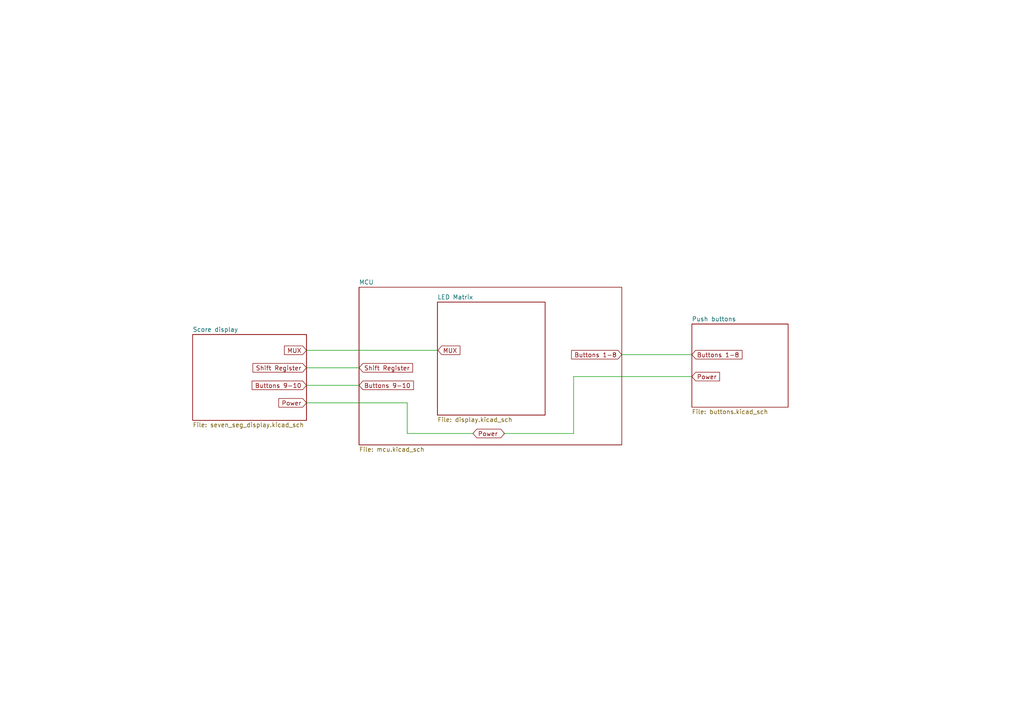
<source format=kicad_sch>
(kicad_sch
	(version 20231120)
	(generator "eeschema")
	(generator_version "8.0")
	(uuid "c576df4b-92c0-44b0-b003-b697a5a04765")
	(paper "A4")
	(lib_symbols)
	(wire
		(pts
			(xy 118.11 125.73) (xy 137.16 125.73)
		)
		(stroke
			(width 0)
			(type default)
		)
		(uuid "1f90448d-216c-4b73-8bc9-bf478ef381cc")
	)
	(wire
		(pts
			(xy 200.66 109.22) (xy 166.37 109.22)
		)
		(stroke
			(width 0)
			(type default)
		)
		(uuid "232d2080-6a4d-46a9-8512-b98d0cc70da3")
	)
	(wire
		(pts
			(xy 88.9 116.84) (xy 118.11 116.84)
		)
		(stroke
			(width 0)
			(type default)
		)
		(uuid "3eb5f5f0-7477-4fba-87b0-849874e7d769")
	)
	(wire
		(pts
			(xy 88.9 111.76) (xy 104.14 111.76)
		)
		(stroke
			(width 0)
			(type default)
		)
		(uuid "504026a4-6adc-467f-bc2d-4cad483eceb1")
	)
	(wire
		(pts
			(xy 88.9 101.6) (xy 127 101.6)
		)
		(stroke
			(width 0)
			(type default)
		)
		(uuid "59b1854d-bc17-4588-b11a-1e0783658e64")
	)
	(wire
		(pts
			(xy 146.05 125.73) (xy 166.37 125.73)
		)
		(stroke
			(width 0)
			(type default)
		)
		(uuid "7074c86d-cee9-445f-84a9-87daaaae5e8a")
	)
	(wire
		(pts
			(xy 118.11 116.84) (xy 118.11 125.73)
		)
		(stroke
			(width 0)
			(type default)
		)
		(uuid "84bb38d2-5ad6-4d29-8a5b-453ac265242e")
	)
	(wire
		(pts
			(xy 180.34 102.87) (xy 200.66 102.87)
		)
		(stroke
			(width 0)
			(type default)
		)
		(uuid "8b52ebf5-a40e-40c5-89ba-8afa3cfcf742")
	)
	(wire
		(pts
			(xy 166.37 109.22) (xy 166.37 125.73)
		)
		(stroke
			(width 0)
			(type default)
		)
		(uuid "9c82fb4a-3f65-43d0-b849-95dd70327e51")
	)
	(wire
		(pts
			(xy 88.9 106.68) (xy 104.14 106.68)
		)
		(stroke
			(width 0)
			(type default)
		)
		(uuid "b1ad2da6-033a-423a-bbac-705368b2dc9b")
	)
	(global_label "Buttons 9-10"
		(shape input)
		(at 88.9 111.76 180)
		(fields_autoplaced yes)
		(effects
			(font
				(size 1.27 1.27)
			)
			(justify right)
		)
		(uuid "32950330-121a-491b-b6a1-f496defe5a13")
		(property "Intersheetrefs" "${INTERSHEET_REFS}"
			(at 72.5498 111.76 0)
			(effects
				(font
					(size 1.27 1.27)
				)
				(justify right)
				(hide yes)
			)
		)
	)
	(global_label "Power"
		(shape input)
		(at 200.66 109.22 0)
		(fields_autoplaced yes)
		(effects
			(font
				(size 1.27 1.27)
			)
			(justify left)
		)
		(uuid "3678be9e-13b1-49a7-8a9d-16a8e6e80982")
		(property "Intersheetrefs" "${INTERSHEET_REFS}"
			(at 209.2695 109.22 0)
			(effects
				(font
					(size 1.27 1.27)
				)
				(justify left)
				(hide yes)
			)
		)
	)
	(global_label "Buttons 1-8"
		(shape input)
		(at 200.66 102.87 0)
		(fields_autoplaced yes)
		(effects
			(font
				(size 1.27 1.27)
			)
			(justify left)
		)
		(uuid "438058e0-1ad6-494c-bcd6-537d67e4bf58")
		(property "Intersheetrefs" "${INTERSHEET_REFS}"
			(at 215.8007 102.87 0)
			(effects
				(font
					(size 1.27 1.27)
				)
				(justify left)
				(hide yes)
			)
		)
	)
	(global_label "MUX"
		(shape input)
		(at 88.9 101.6 180)
		(fields_autoplaced yes)
		(effects
			(font
				(size 1.27 1.27)
			)
			(justify right)
		)
		(uuid "4b5fb63e-5bcf-48b4-bf78-b69498e875bd")
		(property "Intersheetrefs" "${INTERSHEET_REFS}"
			(at 81.9234 101.6 0)
			(effects
				(font
					(size 1.27 1.27)
				)
				(justify right)
				(hide yes)
			)
		)
	)
	(global_label "Power"
		(shape input)
		(at 88.9 116.84 180)
		(fields_autoplaced yes)
		(effects
			(font
				(size 1.27 1.27)
			)
			(justify right)
		)
		(uuid "54151f24-3efc-447d-8e9d-15153014c691")
		(property "Intersheetrefs" "${INTERSHEET_REFS}"
			(at 80.2905 116.84 0)
			(effects
				(font
					(size 1.27 1.27)
				)
				(justify right)
				(hide yes)
			)
		)
	)
	(global_label "Power"
		(shape bidirectional)
		(at 137.16 125.73 0)
		(fields_autoplaced yes)
		(effects
			(font
				(size 1.27 1.27)
			)
			(justify left)
		)
		(uuid "879ad285-c954-4542-901a-c3e3d532192a")
		(property "Intersheetrefs" "${INTERSHEET_REFS}"
			(at 146.8808 125.73 0)
			(effects
				(font
					(size 1.27 1.27)
				)
				(justify left)
				(hide yes)
			)
		)
	)
	(global_label "Buttons 1-8"
		(shape input)
		(at 180.34 102.87 180)
		(fields_autoplaced yes)
		(effects
			(font
				(size 1.27 1.27)
			)
			(justify right)
		)
		(uuid "95f29b43-aa6a-4b62-91ed-c8d0f29f5177")
		(property "Intersheetrefs" "${INTERSHEET_REFS}"
			(at 165.1993 102.87 0)
			(effects
				(font
					(size 1.27 1.27)
				)
				(justify right)
				(hide yes)
			)
		)
	)
	(global_label "MUX"
		(shape input)
		(at 127 101.6 0)
		(fields_autoplaced yes)
		(effects
			(font
				(size 1.27 1.27)
			)
			(justify left)
		)
		(uuid "c2645746-8b93-4a85-947e-6eec796bd246")
		(property "Intersheetrefs" "${INTERSHEET_REFS}"
			(at 133.9766 101.6 0)
			(effects
				(font
					(size 1.27 1.27)
				)
				(justify left)
				(hide yes)
			)
		)
	)
	(global_label "Shift Register"
		(shape input)
		(at 88.9 106.68 180)
		(fields_autoplaced yes)
		(effects
			(font
				(size 1.27 1.27)
			)
			(justify right)
		)
		(uuid "dd864b17-4721-4903-a093-c16aa99148a0")
		(property "Intersheetrefs" "${INTERSHEET_REFS}"
			(at 72.7915 106.68 0)
			(effects
				(font
					(size 1.27 1.27)
				)
				(justify right)
				(hide yes)
			)
		)
	)
	(global_label "Shift Register"
		(shape input)
		(at 104.14 106.68 0)
		(fields_autoplaced yes)
		(effects
			(font
				(size 1.27 1.27)
			)
			(justify left)
		)
		(uuid "e2727be3-16de-4b61-92a2-8ca110c7fe01")
		(property "Intersheetrefs" "${INTERSHEET_REFS}"
			(at 120.2485 106.68 0)
			(effects
				(font
					(size 1.27 1.27)
				)
				(justify left)
				(hide yes)
			)
		)
	)
	(global_label "Buttons 9-10"
		(shape input)
		(at 104.14 111.76 0)
		(fields_autoplaced yes)
		(effects
			(font
				(size 1.27 1.27)
			)
			(justify left)
		)
		(uuid "fc3ac661-d745-439d-a1a3-35f8ccd0c609")
		(property "Intersheetrefs" "${INTERSHEET_REFS}"
			(at 120.4902 111.76 0)
			(effects
				(font
					(size 1.27 1.27)
				)
				(justify left)
				(hide yes)
			)
		)
	)
	(sheet
		(at 200.66 93.98)
		(size 27.94 24.13)
		(fields_autoplaced yes)
		(stroke
			(width 0.1524)
			(type solid)
		)
		(fill
			(color 0 0 0 0.0000)
		)
		(uuid "ae8526da-3c23-4338-b8c9-a49831dbded9")
		(property "Sheetname" "Push buttons"
			(at 200.66 93.2684 0)
			(effects
				(font
					(size 1.27 1.27)
				)
				(justify left bottom)
			)
		)
		(property "Sheetfile" "buttons.kicad_sch"
			(at 200.66 118.6946 0)
			(effects
				(font
					(size 1.27 1.27)
				)
				(justify left top)
			)
		)
		(instances
			(project "led_2048"
				(path "/c576df4b-92c0-44b0-b003-b697a5a04765"
					(page "5")
				)
			)
		)
	)
	(sheet
		(at 55.88 97.028)
		(size 33.02 24.892)
		(fields_autoplaced yes)
		(stroke
			(width 0.1524)
			(type solid)
		)
		(fill
			(color 0 0 0 0.0000)
		)
		(uuid "b7eda4aa-318d-4020-9d5c-8e21103c3223")
		(property "Sheetname" "Score display"
			(at 55.88 96.3164 0)
			(effects
				(font
					(size 1.27 1.27)
				)
				(justify left bottom)
			)
		)
		(property "Sheetfile" "seven_seg_display.kicad_sch"
			(at 55.88 122.5046 0)
			(effects
				(font
					(size 1.27 1.27)
				)
				(justify left top)
			)
		)
		(instances
			(project "led_2048"
				(path "/c576df4b-92c0-44b0-b003-b697a5a04765"
					(page "4")
				)
			)
		)
	)
	(sheet
		(at 126.873 87.63)
		(size 31.242 32.766)
		(fields_autoplaced yes)
		(stroke
			(width 0.1524)
			(type solid)
		)
		(fill
			(color 0 0 0 0.0000)
		)
		(uuid "c77ae034-cca4-473c-b646-c49363a57ea5")
		(property "Sheetname" "LED Matrix"
			(at 126.873 86.9184 0)
			(effects
				(font
					(size 1.27 1.27)
				)
				(justify left bottom)
			)
		)
		(property "Sheetfile" "display.kicad_sch"
			(at 126.873 120.9806 0)
			(effects
				(font
					(size 1.27 1.27)
				)
				(justify left top)
			)
		)
		(instances
			(project "led_2048"
				(path "/c576df4b-92c0-44b0-b003-b697a5a04765"
					(page "3")
				)
			)
		)
	)
	(sheet
		(at 104.14 83.312)
		(size 76.2 45.72)
		(fields_autoplaced yes)
		(stroke
			(width 0.1524)
			(type solid)
		)
		(fill
			(color 0 0 0 0.0000)
		)
		(uuid "fbb28dfe-f4d8-4e18-86e7-4227759d21b0")
		(property "Sheetname" "MCU"
			(at 104.14 82.6004 0)
			(effects
				(font
					(size 1.27 1.27)
				)
				(justify left bottom)
			)
		)
		(property "Sheetfile" "mcu.kicad_sch"
			(at 104.14 129.6166 0)
			(effects
				(font
					(size 1.27 1.27)
				)
				(justify left top)
			)
		)
		(instances
			(project "led_2048"
				(path "/c576df4b-92c0-44b0-b003-b697a5a04765"
					(page "2")
				)
			)
		)
	)
	(sheet_instances
		(path "/"
			(page "1")
		)
	)
)

</source>
